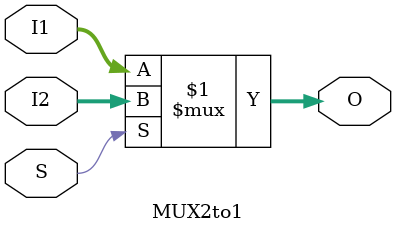
<source format=v>
module  MUX2to1 #(parameter N = 4 ) (I1, I2, S, O);

    input  S;
    input  [N-1:0] I1, I2;
    output [N-1:0] O;

    assign O = S ? I2 : I1;

endmodule
</source>
